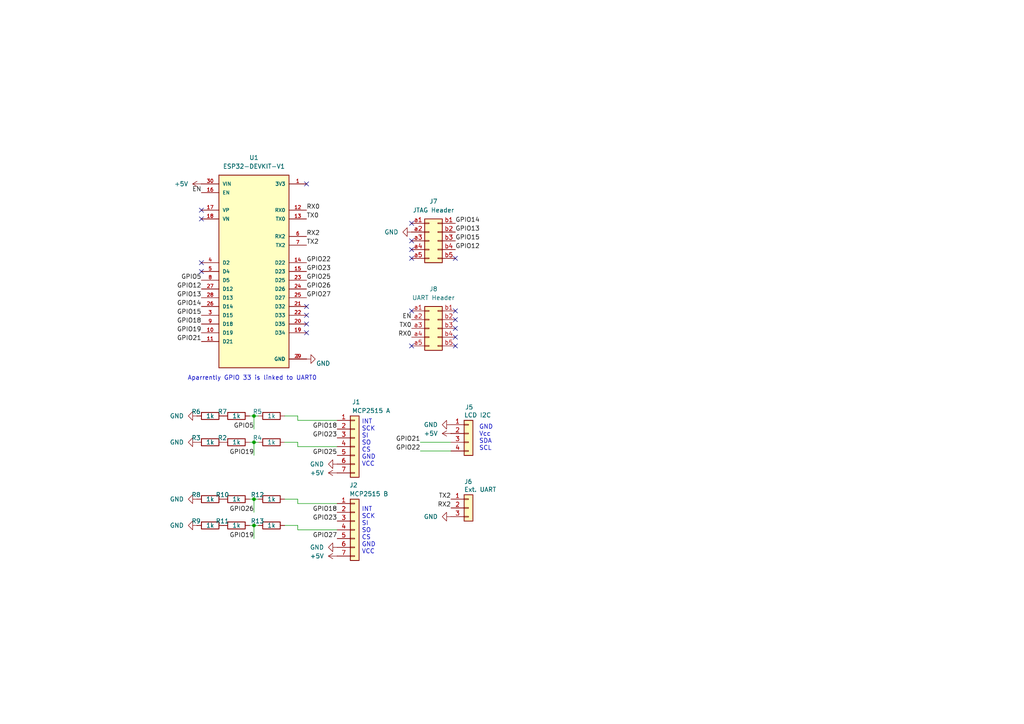
<source format=kicad_sch>
(kicad_sch (version 20231120) (generator "eeschema") (generator_version "8.0")
  (paper "A4")
  (title_block (title "CAN-INTERFACE") (date "2024-11-12") (rev "v0.2") (comment 3 "Build on Perfboard") (comment 4 "Author: AlexanderHD27"))
  (lib_symbols
    (symbol "Connector_Generic:Conn_01x03" (pin_names (offset 1.016) hide)
      (property "Reference" "J" (at 0 5.08 0))
      (property "Value" "Conn_01x03" (at 0 -5.08 0))
      (symbol "Conn_01x03_1_1"
        (rectangle (start -1.27 -2.413) (end 0 -2.667) (stroke (width 0.1524)))
        (rectangle (start -1.27 0.127) (end 0 -0.127) (stroke (width 0.1524)))
        (rectangle (start -1.27 2.667) (end 0 2.413) (stroke (width 0.1524)))
        (rectangle (start -1.27 3.81) (end 1.27 -3.81) (stroke (width 0.254)) (fill (type background)))
        (pin passive line (at -5.08 2.54 0) (length 3.81) (name "Pin_1") (number "1"))
        (pin passive line (at -5.08 0 0) (length 3.81) (name "Pin_2") (number "2"))
        (pin passive line (at -5.08 -2.54 0) (length 3.81) (name "Pin_3") (number "3"))
      )
    )
    (symbol "Connector_Generic:Conn_01x04" (pin_names (offset 1.016) hide)
      (property "Reference" "J" (at 0 5.08 0))
      (property "Value" "Conn_01x04" (at 0 -7.62 0))
      (symbol "Conn_01x04_1_1"
        (rectangle (start -1.27 -4.953) (end 0 -5.207) (stroke (width 0.1524)))
        (rectangle (start -1.27 -2.413) (end 0 -2.667) (stroke (width 0.1524)))
        (rectangle (start -1.27 0.127) (end 0 -0.127) (stroke (width 0.1524)))
        (rectangle (start -1.27 2.667) (end 0 2.413) (stroke (width 0.1524)))
        (rectangle (start -1.27 3.81) (end 1.27 -6.35) (stroke (width 0.254)) (fill (type background)))
        (pin passive line (at -5.08 2.54 0) (length 3.81) (name "Pin_1") (number "1"))
        (pin passive line (at -5.08 0 0) (length 3.81) (name "Pin_2") (number "2"))
        (pin passive line (at -5.08 -2.54 0) (length 3.81) (name "Pin_3") (number "3"))
        (pin passive line (at -5.08 -5.08 0) (length 3.81) (name "Pin_4") (number "4"))
      )
    )
    (symbol "Connector_Generic:Conn_01x07" (pin_names (offset 1.016) hide)
      (property "Reference" "J" (at 0 10.16 0))
      (property "Value" "Conn_01x07" (at 0 -10.16 0))
      (symbol "Conn_01x07_1_1"
        (rectangle (start -1.27 -7.493) (end 0 -7.747) (stroke (width 0.1524)))
        (rectangle (start -1.27 -4.953) (end 0 -5.207) (stroke (width 0.1524)))
        (rectangle (start -1.27 -2.413) (end 0 -2.667) (stroke (width 0.1524)))
        (rectangle (start -1.27 0.127) (end 0 -0.127) (stroke (width 0.1524)))
        (rectangle (start -1.27 2.667) (end 0 2.413) (stroke (width 0.1524)))
        (rectangle (start -1.27 5.207) (end 0 4.953) (stroke (width 0.1524)))
        (rectangle (start -1.27 7.747) (end 0 7.493) (stroke (width 0.1524)))
        (rectangle (start -1.27 8.89) (end 1.27 -8.89) (stroke (width 0.254)) (fill (type background)))
        (pin passive line (at -5.08 7.62 0) (length 3.81) (name "Pin_1") (number "1"))
        (pin passive line (at -5.08 5.08 0) (length 3.81) (name "Pin_2") (number "2"))
        (pin passive line (at -5.08 2.54 0) (length 3.81) (name "Pin_3") (number "3"))
        (pin passive line (at -5.08 0 0) (length 3.81) (name "Pin_4") (number "4"))
        (pin passive line (at -5.08 -2.54 0) (length 3.81) (name "Pin_5") (number "5"))
        (pin passive line (at -5.08 -5.08 0) (length 3.81) (name "Pin_6") (number "6"))
        (pin passive line (at -5.08 -7.62 0) (length 3.81) (name "Pin_7") (number "7"))
      )
    )
    (symbol "Connector_Generic:Conn_02x05_Row_Letter_First" (pin_names (offset 1.016) hide)
      (property "Reference" "J" (at 1.27 7.62 0))
      (property "Value" "Conn_02x05_Row_Letter_First" (at 1.27 -7.62 0))
      (symbol "Conn_02x05_Row_Letter_First_1_1"
        (rectangle (start -1.27 -4.953) (end 0 -5.207) (stroke (width 0.1524)))
        (rectangle (start -1.27 -2.413) (end 0 -2.667) (stroke (width 0.1524)))
        (rectangle (start -1.27 0.127) (end 0 -0.127) (stroke (width 0.1524)))
        (rectangle (start -1.27 2.667) (end 0 2.413) (stroke (width 0.1524)))
        (rectangle (start -1.27 5.207) (end 0 4.953) (stroke (width 0.1524)))
        (rectangle (start -1.27 6.35) (end 3.81 -6.35) (stroke (width 0.254)) (fill (type background)))
        (rectangle (start 3.81 -4.953) (end 2.54 -5.207) (stroke (width 0.1524)))
        (rectangle (start 3.81 -2.413) (end 2.54 -2.667) (stroke (width 0.1524)))
        (rectangle (start 3.81 0.127) (end 2.54 -0.127) (stroke (width 0.1524)))
        (rectangle (start 3.81 2.667) (end 2.54 2.413) (stroke (width 0.1524)))
        (rectangle (start 3.81 5.207) (end 2.54 4.953) (stroke (width 0.1524)))
        (pin passive line (at -5.08 5.08 0) (length 3.81) (name "Pin_a1") (number "a1"))
        (pin passive line (at -5.08 2.54 0) (length 3.81) (name "Pin_a2") (number "a2"))
        (pin passive line (at -5.08 0 0) (length 3.81) (name "Pin_a3") (number "a3"))
        (pin passive line (at -5.08 -2.54 0) (length 3.81) (name "Pin_a4") (number "a4"))
        (pin passive line (at -5.08 -5.08 0) (length 3.81) (name "Pin_a5") (number "a5"))
        (pin passive line (at 7.62 5.08 180) (length 3.81) (name "Pin_b1") (number "b1"))
        (pin passive line (at 7.62 2.54 180) (length 3.81) (name "Pin_b2") (number "b2"))
        (pin passive line (at 7.62 0 180) (length 3.81) (name "Pin_b3") (number "b3"))
        (pin passive line (at 7.62 -2.54 180) (length 3.81) (name "Pin_b4") (number "b4"))
        (pin passive line (at 7.62 -5.08 180) (length 3.81) (name "Pin_b5") (number "b5"))
      )
    )
    (symbol "Device:R" (pin_numbers hide) (pin_names (offset 0))
      (property "Reference" "R" (at 2.032 0 90))
      (property "Value" "R" (at 0 0 90))
      (symbol "R_0_1"
        (rectangle (start -1.016 -2.54) (end 1.016 2.54) (stroke (width 0.254)))
      )
      (symbol "R_1_1"
        (pin passive line (at 0 3.81 270) (length 1.27) (name "~") (number "1"))
        (pin passive line (at 0 -3.81 90) (length 1.27) (name "~") (number "2"))
      )
    )
    (symbol "ESP32-DEVKIT-V1:ESP32-DEVKIT-V1" (pin_names (offset 1.016))
      (property "Reference" "U" (at -10.16 30.48 0))
      (property "Value" "ESP32-DEVKIT-V1" (at -10.16 -30.48 0))
      (symbol "ESP32-DEVKIT-V1_0_0"
        (rectangle (start -10.16 -27.94) (end 10.16 27.94) (stroke (width 0.254)) (fill (type background)))
        (pin output line (at 15.24 25.4 180) (length 5.08) (name "3V3") (number "1"))
        (pin bidirectional line (at -15.24 -17.78 0) (length 5.08) (name "D19") (number "10"))
        (pin bidirectional line (at -15.24 -20.32 0) (length 5.08) (name "D21") (number "11"))
        (pin input line (at 15.24 17.78 180) (length 5.08) (name "RX0") (number "12"))
        (pin output line (at 15.24 15.24 180) (length 5.08) (name "TX0") (number "13"))
        (pin bidirectional line (at 15.24 2.54 180) (length 5.08) (name "D22") (number "14"))
        (pin bidirectional line (at 15.24 0 180) (length 5.08) (name "D23") (number "15"))
        (pin input line (at -15.24 22.86 0) (length 5.08) (name "EN") (number "16"))
        (pin bidirectional line (at -15.24 17.78 0) (length 5.08) (name "VP") (number "17"))
        (pin bidirectional line (at -15.24 15.24 0) (length 5.08) (name "VN") (number "18"))
        (pin bidirectional line (at 15.24 -17.78 180) (length 5.08) (name "D34") (number "19"))
        (pin power_in line (at 15.24 -25.4 180) (length 5.08) (name "GND") (number "2"))
        (pin bidirectional line (at 15.24 -15.24 180) (length 5.08) (name "D35") (number "20"))
        (pin bidirectional line (at 15.24 -10.16 180) (length 5.08) (name "D32") (number "21"))
        (pin bidirectional line (at 15.24 -12.7 180) (length 5.08) (name "D33") (number "22"))
        (pin bidirectional line (at 15.24 -2.54 180) (length 5.08) (name "D25") (number "23"))
        (pin bidirectional line (at 15.24 -5.08 180) (length 5.08) (name "D26") (number "24"))
        (pin bidirectional line (at 15.24 -7.62 180) (length 5.08) (name "D27") (number "25"))
        (pin bidirectional line (at -15.24 -10.16 0) (length 5.08) (name "D14") (number "26"))
        (pin bidirectional line (at -15.24 -5.08 0) (length 5.08) (name "D12") (number "27"))
        (pin bidirectional line (at -15.24 -7.62 0) (length 5.08) (name "D13") (number "28"))
        (pin power_in line (at 15.24 -25.4 180) (length 5.08) (name "GND") (number "29"))
        (pin bidirectional line (at -15.24 -12.7 0) (length 5.08) (name "D15") (number "3"))
        (pin input line (at -15.24 25.4 0) (length 5.08) (name "VIN") (number "30"))
        (pin bidirectional line (at -15.24 2.54 0) (length 5.08) (name "D2") (number "4"))
        (pin bidirectional line (at -15.24 0 0) (length 5.08) (name "D4") (number "5"))
        (pin input line (at 15.24 10.16 180) (length 5.08) (name "RX2") (number "6"))
        (pin output line (at 15.24 7.62 180) (length 5.08) (name "TX2") (number "7"))
        (pin bidirectional line (at -15.24 -2.54 0) (length 5.08) (name "D5") (number "8"))
        (pin bidirectional line (at -15.24 -15.24 0) (length 5.08) (name "D18") (number "9"))
      )
    )
    (symbol "power:+5V" (power) (pin_numbers hide) (pin_names (offset 0) hide)
      (property "Value" "+5V" (at 0 3.556 0))
      (symbol "+5V_0_1"
        (polyline (pts (xy -0.762 1.27) (xy 0 2.54)))
        (polyline (pts (xy 0 0) (xy 0 2.54)))
        (polyline (pts (xy 0 2.54) (xy 0.762 1.27)))
      )
      (symbol "+5V_1_1"
        (pin power_in line (at 0 0 90) (length 0) (name "~") (number "1"))
      )
    )
    (symbol "power:GND" (power) (pin_numbers hide) (pin_names (offset 0) hide)
      (property "Value" "GND" (at 0 -3.81 0))
      (symbol "GND_0_1"
        (polyline (pts (xy 0 0) (xy 0 -1.27) (xy 1.27 -1.27) (xy 0 -2.54) (xy -1.27 -1.27) (xy 0 -1.27)))
      )
      (symbol "GND_1_1"
        (pin power_in line (at 0 0 270) (length 0) (name "~") (number "1"))
      )
    )
  )
  (junction (at 73.66 120.65))
  (junction (at 73.66 152.4))
  (junction (at 73.66 128.27))
  (junction (at 73.66 144.78))
  (no_connect (at 58.42 60.96))
  (no_connect (at 132.08 97.79))
  (no_connect (at 58.42 63.5))
  (no_connect (at 132.08 100.33))
  (no_connect (at 119.38 69.85))
  (no_connect (at 132.08 74.93))
  (no_connect (at 88.9 91.44))
  (no_connect (at 132.08 90.17))
  (no_connect (at 88.9 88.9))
  (no_connect (at 119.38 64.77))
  (no_connect (at 119.38 72.39))
  (no_connect (at 58.42 76.2))
  (no_connect (at 88.9 53.34))
  (no_connect (at 88.9 93.98))
  (no_connect (at 88.9 96.52))
  (no_connect (at 119.38 74.93))
  (no_connect (at 119.38 90.17))
  (no_connect (at 132.08 92.71))
  (no_connect (at 132.08 95.25))
  (no_connect (at 58.42 78.74))
  (no_connect (at 119.38 100.33))
  (wire (pts (xy 97.79 146.05) (xy 86.36 146.05)))
  (wire (pts (xy 86.36 129.54) (xy 97.79 129.54)))
  (wire (pts (xy 72.39 144.78) (xy 73.66 144.78)))
  (wire (pts (xy 72.39 120.65) (xy 73.66 120.65)))
  (wire (pts (xy 73.66 152.4) (xy 73.66 156.21)))
  (wire (pts (xy 72.39 128.27) (xy 73.66 128.27)))
  (wire (pts (xy 82.55 128.27) (xy 86.36 128.27)))
  (wire (pts (xy 82.55 144.78) (xy 86.36 144.78)))
  (wire (pts (xy 86.36 146.05) (xy 86.36 144.78)))
  (wire (pts (xy 86.36 129.54) (xy 86.36 128.27)))
  (wire (pts (xy 82.55 120.65) (xy 86.36 120.65)))
  (wire (pts (xy 121.92 128.27) (xy 130.81 128.27)))
  (wire (pts (xy 73.66 152.4) (xy 74.93 152.4)))
  (wire (pts (xy 73.66 124.46) (xy 73.66 120.65)))
  (wire (pts (xy 73.66 120.65) (xy 74.93 120.65)))
  (wire (pts (xy 86.36 152.4) (xy 86.36 153.67)))
  (wire (pts (xy 73.66 144.78) (xy 73.66 148.59)))
  (wire (pts (xy 86.36 153.67) (xy 97.79 153.67)))
  (wire (pts (xy 72.39 152.4) (xy 73.66 152.4)))
  (wire (pts (xy 82.55 152.4) (xy 86.36 152.4)))
  (wire (pts (xy 73.66 128.27) (xy 73.66 132.08)))
  (wire (pts (xy 73.66 128.27) (xy 74.93 128.27)))
  (wire (pts (xy 121.92 130.81) (xy 130.81 130.81)))
  (wire (pts (xy 73.66 144.78) (xy 74.93 144.78)))
  (wire (pts (xy 86.36 121.92) (xy 97.79 121.92)))
  (wire (pts (xy 86.36 121.92) (xy 86.36 120.65)))
  (text "Aparrently GPIO 33 is linked to UART0" (at 73.152 109.728 0) (effects (font (size 1.27 1.27))))
  (text "INT\nSCK\nSI\nSO\nCS\nGND\nVCC" (at 104.902 128.524 0) (effects (font (size 1.27 1.27)) (justify left)))
  (text "INT\nSCK\nSI\nSO\nCS\nGND\nVCC" (at 104.902 153.924 0) (effects (font (size 1.27 1.27)) (justify left)))
  (text "GND\nVcc\nSDA\nSCL" (at 138.938 127 0) (effects (font (size 1.27 1.27)) (justify left)))
  (label "GPIO25" (at 97.79 132.08 180))
  (label "TX0" (at 119.38 95.25 180))
  (label "TX2" (at 130.81 144.78 180))
  (label "GPIO14" (at 58.42 88.9 180))
  (label "EN" (at 119.38 92.71 180))
  (label "GPIO19" (at 73.66 156.21 180))
  (label "GPIO5" (at 58.42 81.28 180))
  (label "RX0" (at 88.9 60.96 0))
  (label "GPIO15" (at 132.08 69.85 0))
  (label "RX2" (at 88.9 68.58 0))
  (label "GPIO27" (at 97.79 156.21 180))
  (label "GPIO19" (at 73.66 132.08 180))
  (label "RX0" (at 119.38 97.79 180))
  (label "GPIO26" (at 73.66 148.59 180))
  (label "GPIO19" (at 58.42 96.52 180))
  (label "GPIO13" (at 132.08 67.31 0))
  (label "GPIO18" (at 58.42 93.98 180))
  (label "GPIO23" (at 88.9 78.74 0))
  (label "GPIO12" (at 132.08 72.39 0))
  (label "RX2" (at 130.81 147.32 180))
  (label "GPIO23" (at 97.79 127 180))
  (label "GPIO27" (at 88.9 86.36 0))
  (label "GPIO18" (at 97.79 124.46 180))
  (label "EN" (at 58.42 55.88 180))
  (label "GPIO22" (at 121.92 130.81 180))
  (label "GPIO5" (at 73.66 124.46 180))
  (label "GPIO21" (at 58.42 99.06 180))
  (label "GPIO13" (at 58.42 86.36 180))
  (label "GPIO12" (at 58.42 83.82 180))
  (label "GPIO21" (at 121.92 128.27 180))
  (label "TX0" (at 88.9 63.5 0))
  (label "GPIO18" (at 97.79 148.59 180))
  (label "GPIO15" (at 58.42 91.44 180))
  (label "GPIO26" (at 88.9 83.82 0))
  (label "GPIO23" (at 97.79 151.13 180))
  (label "GPIO14" (at 132.08 64.77 0))
  (label "GPIO25" (at 88.9 81.28 0))
  (label "GPIO22" (at 88.9 76.2 0))
  (label "TX2" (at 88.9 71.12 0))
  (symbol (lib_id "Connector_Generic:Conn_02x05_Row_Letter_First") (at 124.46 95.25 0) (unit 1)
    (property "Reference" "J8" (at 125.73 83.82 0))
    (property "Value" "UART Header" (at 125.73 86.36 0))
    (property "Description" "Generic connector, double row, 02x05, row letter first pin numbering scheme (pin number consists of a letter for the row and a number for the pin index in this row. a1, ..., aN; b1, ..., bN), script generated (kicad-library-utils/schlib/autogen/connector/)" (effects (hide yes)))
  )
  (symbol (lib_id "Device:R") (at 68.58 120.65 90) (unit 1)
    (property "Reference" "R7" (at 64.516 119.38 90))
    (property "Value" "1k" (at 68.58 120.65 90))
    (property "Description" "Resistor" (effects (hide yes)))
  )
  (symbol (lib_id "power:GND") (at 130.81 149.86 270) (unit 1)
    (property "Reference" "#PWR019" (effects (hide yes)))
    (property "Value" "GND" (at 127 149.8599 90) (effects (justify right)))
    (property "Description" "Power symbol creates a global label with name \"GND\" , ground" (effects (hide yes)))
  )
  (symbol (lib_id "Device:R") (at 78.74 144.78 90) (unit 1)
    (property "Reference" "R12" (at 74.676 143.51 90))
    (property "Value" "1k" (at 78.74 144.78 90))
    (property "Description" "Resistor" (effects (hide yes)))
  )
  (symbol (lib_id "power:+5V") (at 97.79 137.16 90) (unit 1)
    (property "Reference" "#PWR05" (effects (hide yes)))
    (property "Value" "+5V" (at 93.98 137.1599 90) (effects (justify left)))
    (property "Description" "Power symbol creates a global label with name \"+5V\"" (effects (hide yes)))
  )
  (symbol (lib_id "Connector_Generic:Conn_01x04") (at 135.89 125.73 0) (unit 1)
    (property "Reference" "J5" (at 134.874 118.11 0) (effects (justify left)))
    (property "Value" "LCD I2C" (at 134.62 120.396 0) (effects (justify left)))
    (property "Description" "Generic connector, single row, 01x04, script generated (kicad-library-utils/schlib/autogen/connector/)" (effects (hide yes)))
  )
  (symbol (lib_id "Device:R") (at 60.96 128.27 90) (unit 1)
    (property "Reference" "R3" (at 56.896 127 90))
    (property "Value" "1k" (at 60.96 128.27 90))
    (property "Description" "Resistor" (effects (hide yes)))
  )
  (symbol (lib_id "Device:R") (at 68.58 152.4 90) (unit 1)
    (property "Reference" "R11" (at 64.516 151.13 90))
    (property "Value" "1k" (at 68.58 152.4 90))
    (property "Description" "Resistor" (effects (hide yes)))
  )
  (symbol (lib_id "power:GND") (at 57.15 120.65 270) (unit 1)
    (property "Reference" "#PWR012" (effects (hide yes)))
    (property "Value" "GND" (at 53.34 120.6499 90) (effects (justify right)))
    (property "Description" "Power symbol creates a global label with name \"GND\" , ground" (effects (hide yes)))
  )
  (symbol (lib_id "Device:R") (at 60.96 120.65 90) (unit 1)
    (property "Reference" "R6" (at 56.896 119.38 90))
    (property "Value" "1k" (at 60.96 120.65 90))
    (property "Description" "Resistor" (effects (hide yes)))
  )
  (symbol (lib_id "power:GND") (at 88.9 104.14 90) (unit 1)
    (property "Reference" "#PWR01" (effects (hide yes)))
    (property "Value" "GND" (at 91.694 105.41 90) (effects (justify right)))
    (property "Description" "Power symbol creates a global label with name \"GND\" , ground" (effects (hide yes)))
  )
  (symbol (lib_id "power:GND") (at 97.79 158.75 270) (unit 1)
    (property "Reference" "#PWR02" (effects (hide yes)))
    (property "Value" "GND" (at 93.98 158.7499 90) (effects (justify right)))
    (property "Description" "Power symbol creates a global label with name \"GND\" , ground" (effects (hide yes)))
  )
  (symbol (lib_id "power:GND") (at 97.79 134.62 270) (unit 1)
    (property "Reference" "#PWR03" (effects (hide yes)))
    (property "Value" "GND" (at 93.98 134.6199 90) (effects (justify right)))
    (property "Description" "Power symbol creates a global label with name \"GND\" , ground" (effects (hide yes)))
  )
  (symbol (lib_id "ESP32-DEVKIT-V1:ESP32-DEVKIT-V1") (at 73.66 78.74 0) (unit 1)
    (property "Reference" "U1" (at 73.66 45.72 0))
    (property "Value" "ESP32-DEVKIT-V1" (at 73.66 48.26 0))
    (property "Footprint" "ESP32-DEVKIT-V1:MODULE_ESP32_DEVKIT_V1" (effects (hide yes)))
    (property "MF" "Do it" (effects (hide yes)))
    (property "MAXIMUM_PACKAGE_HEIGHT" "6.8 mm" (effects (hide yes)))
    (property "Package" "None" (effects (hide yes)))
    (property "Price" "None" (effects (hide yes)))
    (property "Check_prices" "https://www.snapeda.com/parts/ESP32-DEVKIT-V1/Do+it/view-part/?ref=eda" (effects (hide yes)))
    (property "STANDARD" "Manufacturer Recommendations" (effects (hide yes)))
    (property "PARTREV" "N/A" (effects (hide yes)))
    (property "SnapEDA_Link" "https://www.snapeda.com/parts/ESP32-DEVKIT-V1/Do+it/view-part/?ref=snap" (effects (hide yes)))
    (property "MP" "ESP32-DEVKIT-V1" (effects (hide yes)))
    (property "Description_1" "\n                        \n                            Dual core, Wi-Fi: 2.4 GHz up to 150 Mbits/s,BLE (Bluetooth Low Energy) and legacy Bluetooth, 32 bits, Up to 240 MHz\n                        \n" (effects (hide yes)))
    (property "Availability" "Not in stock" (effects (hide yes)))
    (property "MANUFACTURER" "DOIT" (effects (hide yes)))
  )
  (symbol (lib_id "Connector_Generic:Conn_02x05_Row_Letter_First") (at 124.46 69.85 0) (unit 1)
    (property "Reference" "J7" (at 125.73 58.42 0))
    (property "Value" "JTAG Header" (at 125.73 60.96 0))
    (property "Description" "Generic connector, double row, 02x05, row letter first pin numbering scheme (pin number consists of a letter for the row and a number for the pin index in this row. a1, ..., aN; b1, ..., bN), script generated (kicad-library-utils/schlib/autogen/connector/)" (effects (hide yes)))
  )
  (symbol (lib_id "power:GND") (at 130.81 123.19 270) (unit 1)
    (property "Reference" "#PWR018" (effects (hide yes)))
    (property "Value" "GND" (at 127 123.1899 90) (effects (justify right)))
    (property "Description" "Power symbol creates a global label with name \"GND\" , ground" (effects (hide yes)))
  )
  (symbol (lib_id "power:+5V") (at 97.79 161.29 90) (unit 1)
    (property "Reference" "#PWR04" (effects (hide yes)))
    (property "Value" "+5V" (at 93.98 161.2899 90) (effects (justify left)))
    (property "Description" "Power symbol creates a global label with name \"+5V\"" (effects (hide yes)))
  )
  (symbol (lib_id "Connector_Generic:Conn_01x07") (at 102.87 153.67 0) (unit 1)
    (property "Reference" "J2" (at 101.346 140.716 0) (effects (justify left)))
    (property "Value" "MCP2515 B" (at 101.346 143.256 0) (effects (justify left)))
    (property "Description" "Generic connector, single row, 01x07, script generated (kicad-library-utils/schlib/autogen/connector/)" (effects (hide yes)))
  )
  (symbol (lib_id "Device:R") (at 78.74 152.4 90) (unit 1)
    (property "Reference" "R13" (at 74.676 151.13 90))
    (property "Value" "1k" (at 78.74 152.4 90))
    (property "Description" "Resistor" (effects (hide yes)))
  )
  (symbol (lib_id "Device:R") (at 60.96 144.78 90) (unit 1)
    (property "Reference" "R8" (at 56.896 143.51 90))
    (property "Value" "1k" (at 60.96 144.78 90))
    (property "Description" "Resistor" (effects (hide yes)))
  )
  (symbol (lib_id "power:GND") (at 119.38 67.31 270) (unit 1)
    (property "Reference" "#PWR016" (effects (hide yes)))
    (property "Value" "GND" (at 115.57 67.3099 90) (effects (justify right)))
    (property "Description" "Power symbol creates a global label with name \"GND\" , ground" (effects (hide yes)))
  )
  (symbol (lib_id "power:+5V") (at 130.81 125.73 90) (unit 1)
    (property "Reference" "#PWR017" (effects (hide yes)))
    (property "Value" "+5V" (at 127 125.7299 90) (effects (justify left)))
    (property "Description" "Power symbol creates a global label with name \"+5V\"" (effects (hide yes)))
  )
  (symbol (lib_id "power:GND") (at 57.15 144.78 270) (unit 1)
    (property "Reference" "#PWR014" (effects (hide yes)))
    (property "Value" "GND" (at 53.34 144.7799 90) (effects (justify right)))
    (property "Description" "Power symbol creates a global label with name \"GND\" , ground" (effects (hide yes)))
  )
  (symbol (lib_id "Device:R") (at 78.74 120.65 90) (unit 1)
    (property "Reference" "R5" (at 74.676 119.38 90))
    (property "Value" "1k" (at 78.74 120.65 90))
    (property "Description" "Resistor" (effects (hide yes)))
  )
  (symbol (lib_id "Device:R") (at 78.74 128.27 90) (unit 1)
    (property "Reference" "R4" (at 74.676 127 90))
    (property "Value" "1k" (at 78.74 128.27 90))
    (property "Description" "Resistor" (effects (hide yes)))
  )
  (symbol (lib_id "Connector_Generic:Conn_01x03") (at 135.89 147.32 0) (unit 1)
    (property "Reference" "J6" (at 134.62 139.7 0) (effects (justify left)))
    (property "Value" "Ext. UART" (at 134.62 141.986 0) (effects (justify left)))
    (property "Description" "Generic connector, single row, 01x03, script generated (kicad-library-utils/schlib/autogen/connector/)" (effects (hide yes)))
  )
  (symbol (lib_id "power:+5V") (at 58.42 53.34 90) (unit 1)
    (property "Reference" "#PWR011" (effects (hide yes)))
    (property "Value" "+5V" (at 54.61 53.3399 90) (effects (justify left)))
    (property "Description" "Power symbol creates a global label with name \"+5V\"" (effects (hide yes)))
  )
  (symbol (lib_id "Device:R") (at 68.58 128.27 90) (unit 1)
    (property "Reference" "R2" (at 64.516 127 90))
    (property "Value" "1k" (at 68.58 128.27 90))
    (property "Description" "Resistor" (effects (hide yes)))
  )
  (symbol (lib_id "Device:R") (at 68.58 144.78 90) (unit 1)
    (property "Reference" "R10" (at 64.516 143.51 90))
    (property "Value" "1k" (at 68.58 144.78 90))
    (property "Description" "Resistor" (effects (hide yes)))
  )
  (symbol (lib_id "power:GND") (at 57.15 152.4 270) (unit 1)
    (property "Reference" "#PWR015" (effects (hide yes)))
    (property "Value" "GND" (at 53.34 152.3999 90) (effects (justify right)))
    (property "Description" "Power symbol creates a global label with name \"GND\" , ground" (effects (hide yes)))
  )
  (symbol (lib_id "Device:R") (at 60.96 152.4 90) (unit 1)
    (property "Reference" "R9" (at 56.896 151.13 90))
    (property "Value" "1k" (at 60.96 152.4 90))
    (property "Description" "Resistor" (effects (hide yes)))
  )
  (symbol (lib_id "Connector_Generic:Conn_01x07") (at 102.87 129.54 0) (unit 1)
    (property "Reference" "J1" (at 102.108 116.586 0) (effects (justify left)))
    (property "Value" "MCP2515 A" (at 102.108 119.126 0) (effects (justify left)))
    (property "Description" "Generic connector, single row, 01x07, script generated (kicad-library-utils/schlib/autogen/connector/)" (effects (hide yes)))
  )
  (symbol (lib_id "power:GND") (at 57.15 128.27 270) (unit 1)
    (property "Reference" "#PWR013" (effects (hide yes)))
    (property "Value" "GND" (at 53.34 128.2699 90) (effects (justify right)))
    (property "Description" "Power symbol creates a global label with name \"GND\" , ground" (effects (hide yes)))
  )
)
</source>
